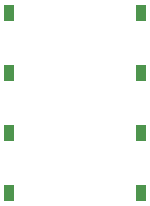
<source format=gbr>
%TF.GenerationSoftware,KiCad,Pcbnew,(7.0.0)*%
%TF.CreationDate,2024-01-25T20:54:54-05:00*%
%TF.ProjectId,BPF-Eval-Board,4250462d-4576-4616-9c2d-426f6172642e,rev?*%
%TF.SameCoordinates,Original*%
%TF.FileFunction,Paste,Top*%
%TF.FilePolarity,Positive*%
%FSLAX46Y46*%
G04 Gerber Fmt 4.6, Leading zero omitted, Abs format (unit mm)*
G04 Created by KiCad (PCBNEW (7.0.0)) date 2024-01-25 20:54:54*
%MOMM*%
%LPD*%
G01*
G04 APERTURE LIST*
%ADD10R,0.889000X1.422400*%
G04 APERTURE END LIST*
D10*
%TO.C,REF\u002A\u002A*%
X144259299Y-86359999D03*
X144259299Y-91439999D03*
X144259299Y-96519999D03*
X144259299Y-101599999D03*
X155460699Y-101599999D03*
X155460699Y-96519999D03*
X155460699Y-91439999D03*
X155460699Y-86359999D03*
%TD*%
M02*

</source>
